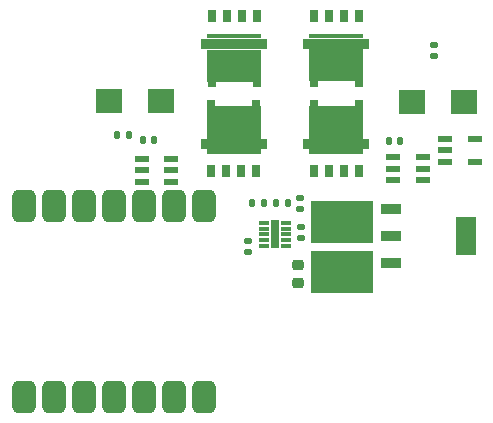
<source format=gbr>
G04 #@! TF.GenerationSoftware,KiCad,Pcbnew,8.0.7*
G04 #@! TF.CreationDate,2025-03-29T00:45:04-04:00*
G04 #@! TF.ProjectId,power_distribution_board,706f7765-725f-4646-9973-747269627574,1*
G04 #@! TF.SameCoordinates,Original*
G04 #@! TF.FileFunction,Paste,Top*
G04 #@! TF.FilePolarity,Positive*
%FSLAX46Y46*%
G04 Gerber Fmt 4.6, Leading zero omitted, Abs format (unit mm)*
G04 Created by KiCad (PCBNEW 8.0.7) date 2025-03-29 00:45:04*
%MOMM*%
%LPD*%
G01*
G04 APERTURE LIST*
G04 Aperture macros list*
%AMRoundRect*
0 Rectangle with rounded corners*
0 $1 Rounding radius*
0 $2 $3 $4 $5 $6 $7 $8 $9 X,Y pos of 4 corners*
0 Add a 4 corners polygon primitive as box body*
4,1,4,$2,$3,$4,$5,$6,$7,$8,$9,$2,$3,0*
0 Add four circle primitives for the rounded corners*
1,1,$1+$1,$2,$3*
1,1,$1+$1,$4,$5*
1,1,$1+$1,$6,$7*
1,1,$1+$1,$8,$9*
0 Add four rect primitives between the rounded corners*
20,1,$1+$1,$2,$3,$4,$5,0*
20,1,$1+$1,$4,$5,$6,$7,0*
20,1,$1+$1,$6,$7,$8,$9,0*
20,1,$1+$1,$8,$9,$2,$3,0*%
G04 Aperture macros list end*
%ADD10R,0.850000X0.300000*%
%ADD11R,0.690000X2.440000*%
%ADD12RoundRect,0.140000X-0.170000X0.140000X-0.170000X-0.140000X0.170000X-0.140000X0.170000X0.140000X0*%
%ADD13RoundRect,0.140000X0.140000X0.170000X-0.140000X0.170000X-0.140000X-0.170000X0.140000X-0.170000X0*%
%ADD14R,1.200000X0.600000*%
%ADD15RoundRect,0.135000X0.135000X0.185000X-0.135000X0.185000X-0.135000X-0.185000X0.135000X-0.185000X0*%
%ADD16RoundRect,0.225000X-0.250000X0.225000X-0.250000X-0.225000X0.250000X-0.225000X0.250000X0.225000X0*%
%ADD17R,0.750000X1.000000*%
%ADD18R,0.750000X0.475000*%
%ADD19R,4.560000X2.730000*%
%ADD20R,5.550000X0.910000*%
%ADD21R,4.560000X0.430000*%
%ADD22R,5.330000X3.630000*%
%ADD23RoundRect,0.140000X0.170000X-0.140000X0.170000X0.140000X-0.170000X0.140000X-0.170000X-0.140000X0*%
%ADD24R,4.560000X4.055000*%
%ADD25R,0.495000X0.905000*%
%ADD26R,2.200000X2.150000*%
%ADD27R,1.750000X0.950000*%
%ADD28R,1.750000X3.200000*%
%ADD29RoundRect,0.500000X0.500000X-0.875000X0.500000X0.875000X-0.500000X0.875000X-0.500000X-0.875000X0*%
%ADD30RoundRect,0.140000X-0.140000X-0.170000X0.140000X-0.170000X0.140000X0.170000X-0.140000X0.170000X0*%
G04 APERTURE END LIST*
D10*
X41075000Y-36800000D03*
X41075000Y-36300000D03*
X41075000Y-35800000D03*
X41075000Y-35300000D03*
X41075000Y-34800000D03*
X39175000Y-34800000D03*
X39175000Y-35300000D03*
X39175000Y-35800000D03*
X39175000Y-36300000D03*
X39175000Y-36800000D03*
D11*
X40125000Y-35800000D03*
D12*
X37810000Y-36330000D03*
X37810000Y-37290000D03*
D13*
X29870000Y-27830000D03*
X28910000Y-27830000D03*
D14*
X54500000Y-27730000D03*
X54500000Y-28680000D03*
X54500000Y-29630000D03*
X57000000Y-29630000D03*
X57000000Y-27730000D03*
D15*
X41177000Y-33127000D03*
X40157000Y-33127000D03*
D16*
X42090000Y-38390000D03*
X42090000Y-39940000D03*
D17*
X47190000Y-17322000D03*
X45920000Y-17322000D03*
X44650000Y-17322000D03*
X43380000Y-17322000D03*
D18*
X43380000Y-23080000D03*
X47190000Y-23080000D03*
D19*
X45285000Y-21480000D03*
D20*
X45285000Y-19665000D03*
D21*
X45285000Y-19000000D03*
D17*
X38545000Y-17342000D03*
X37275000Y-17342000D03*
X36005000Y-17342000D03*
X34735000Y-17342000D03*
D18*
X34735000Y-23100000D03*
X38545000Y-23100000D03*
D19*
X36640000Y-21500000D03*
D20*
X36640000Y-19685000D03*
D21*
X36640000Y-19020000D03*
D22*
X45810000Y-34765000D03*
X45810000Y-39005000D03*
D23*
X42280000Y-36090000D03*
X42280000Y-35130000D03*
D13*
X50690000Y-27890000D03*
X49730000Y-27890000D03*
D17*
X34731000Y-30460000D03*
X36001000Y-30460000D03*
X37271000Y-30460000D03*
X38541000Y-30460000D03*
D24*
X36636000Y-26967000D03*
D18*
X34731000Y-24702000D03*
D25*
X34109000Y-28117000D03*
X39163000Y-28117000D03*
D18*
X38541000Y-24702000D03*
D26*
X26020000Y-24500000D03*
X30420000Y-24500000D03*
D23*
X42250000Y-33660000D03*
X42250000Y-32700000D03*
D14*
X50130000Y-29270000D03*
X50130000Y-30220000D03*
X50130000Y-31170000D03*
X52630000Y-31170000D03*
X52630000Y-30220000D03*
X52630000Y-29270000D03*
X28810000Y-29420000D03*
X28810000Y-30370000D03*
X28810000Y-31320000D03*
X31310000Y-31320000D03*
X31310000Y-30370000D03*
X31310000Y-29420000D03*
D27*
X49940000Y-33620000D03*
X49940000Y-35920000D03*
X49940000Y-38220000D03*
D28*
X56240000Y-35920000D03*
D26*
X56130000Y-24550000D03*
X51730000Y-24550000D03*
D15*
X39177000Y-33127000D03*
X38157000Y-33127000D03*
D23*
X53590000Y-20690000D03*
X53590000Y-19730000D03*
D17*
X43380000Y-30460000D03*
X44650000Y-30460000D03*
X45920000Y-30460000D03*
X47190000Y-30460000D03*
D24*
X45285000Y-26967000D03*
D18*
X43380000Y-24702000D03*
D25*
X42758000Y-28117000D03*
X47812000Y-28117000D03*
D18*
X47190000Y-24702000D03*
D29*
X18820000Y-49535000D03*
X21360000Y-49535000D03*
X23900000Y-49535000D03*
X26440000Y-49535000D03*
X28980000Y-49535000D03*
X31520000Y-49535000D03*
X34060000Y-49535000D03*
X34060000Y-33370000D03*
X31520000Y-33370000D03*
X28980000Y-33370000D03*
X26440000Y-33370000D03*
X23900000Y-33370000D03*
X21360000Y-33370000D03*
X18838500Y-33370000D03*
D30*
X26770000Y-27360000D03*
X27730000Y-27360000D03*
M02*

</source>
